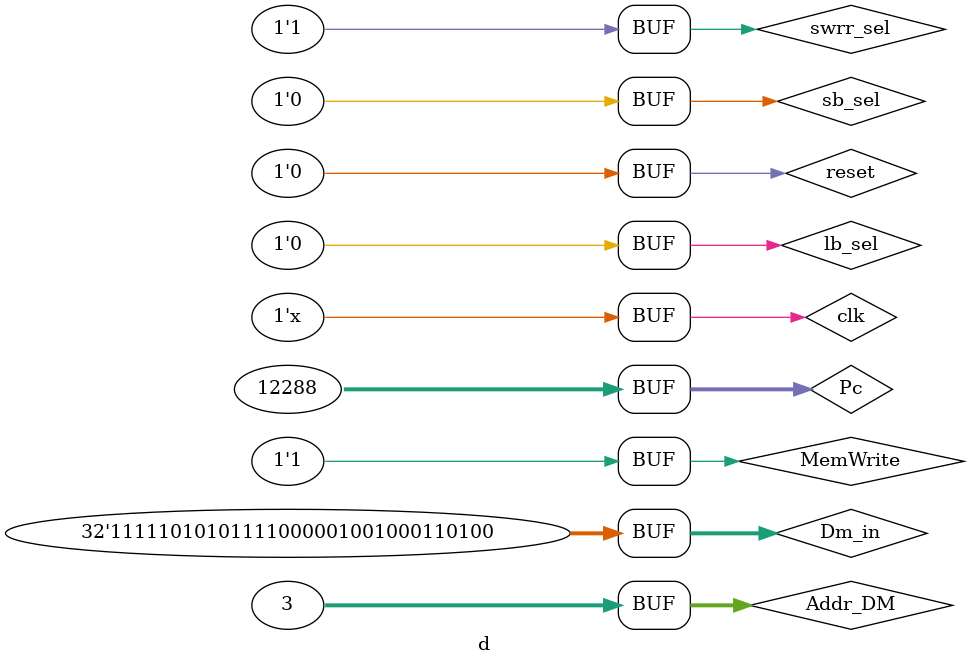
<source format=v>
`timescale 1ns / 1ps


module d;

	// Inputs
	reg clk;
	reg reset;
	reg lb_sel;
	reg sb_sel;
	reg swrr_sel;
	reg MemWrite;
	reg [31:0] Addr_DM;
	reg [31:0] Dm_in;
	reg [31:0] Pc;

	// Outputs
	wire [31:0] Dm_out;

	// Instantiate the Unit Under Test (UUT)
	DM uut (
		.clk(clk), 
		.reset(reset), 
		.lb_sel(lb_sel), 
		.sb_sel(sb_sel), 
		.swrr_sel(swrr_sel), 
		.MemWrite(MemWrite), 
		.Addr_DM(Addr_DM), 
		.Dm_in(Dm_in), 
		.Pc(Pc), 
		.Dm_out(Dm_out)
	);

	initial begin
		// Initialize Inputs
		clk = 0;
		reset = 0;
		lb_sel = 0;
		sb_sel = 0;
		swrr_sel = 0;
		MemWrite = 0;
		Addr_DM = 0;
		Dm_in = 0;
		Pc = 0;

		// Wait 100 ns for global reset to finish
		#100;
      swrr_sel=1;
		MemWrite=1;
		Addr_DM=3;
		Dm_in=32'hfabc1234;
		Pc=32'h00003000;
		// Add stimulus here

	end
   always #10 clk=~clk;  
endmodule


</source>
